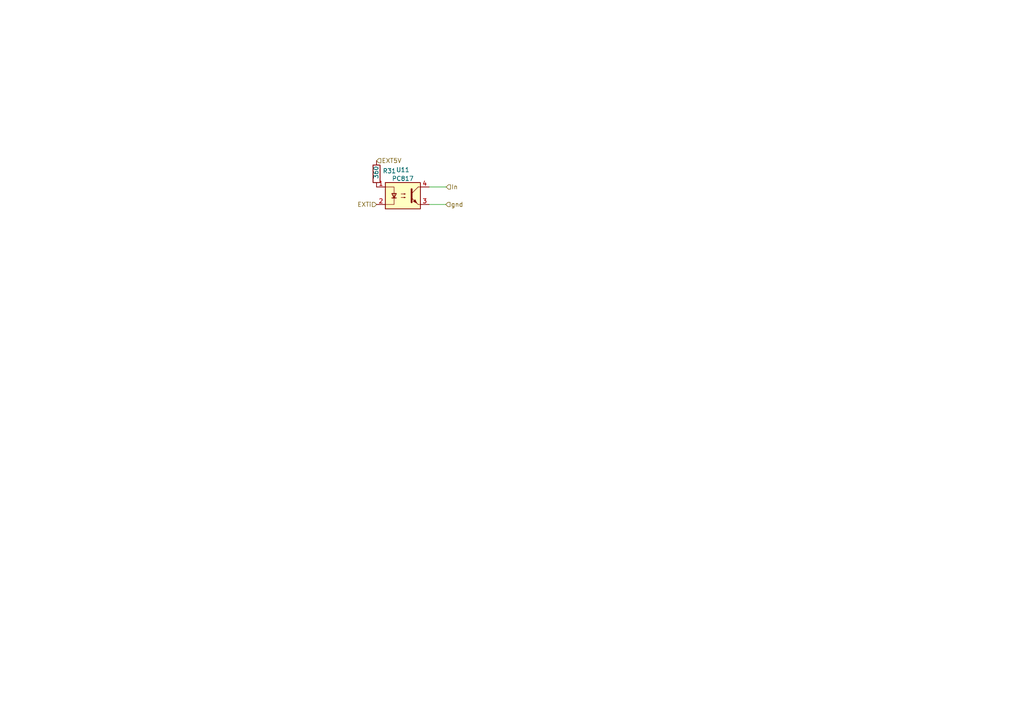
<source format=kicad_sch>
(kicad_sch (version 20230121) (generator eeschema)
  (paper "A4")
  (lib_symbols
    (symbol "Device:R" (pin_numbers hide) (pin_names (offset 0))
      (property "Reference" "R" (at 2.032 0 90))
      (property "Value" "R" (at 0 0 90))
      (symbol "R_0_1"
        (rectangle (start -1.016 -2.54) (end 1.016 2.54) (stroke (width 0.254)))
      )
      (symbol "R_1_1"
        (pin passive line (at 0 3.81 270) (length 1.27) (name "~") (number "1"))
        (pin passive line (at 0 -3.81 90) (length 1.27) (name "~") (number "2"))
      )
    )
    (symbol "Isolator:PC817" (pin_names (offset 1.016))
      (property "Reference" "U" (at -5.08 5.08 0))
      (property "Value" "PC817" (at 0 5.08 0))
      (symbol "PC817_0_1"
        (rectangle (start -5.08 3.81) (end 5.08 -3.81) (stroke (width 0.254)) (fill (type background)))
        (polyline (pts (xy -3.175 -0.635) (xy -1.905 -0.635)) (stroke (width 0.254)))
        (polyline (pts (xy 2.54 0.635) (xy 4.445 2.54)))
        (polyline (pts (xy 4.445 -2.54) (xy 2.54 -0.635)) (fill (type outline)))
        (polyline (pts (xy 4.445 -2.54) (xy 5.08 -2.54)))
        (polyline (pts (xy 4.445 2.54) (xy 5.08 2.54)))
        (polyline (pts (xy -5.08 2.54) (xy -2.54 2.54) (xy -2.54 -0.635)))
        (polyline (pts (xy -2.54 -0.635) (xy -2.54 -2.54) (xy -5.08 -2.54)))
        (polyline (pts (xy 2.54 1.905) (xy 2.54 -1.905) (xy 2.54 -1.905)) (stroke (width 0.508)))
        (polyline (pts (xy -2.54 -0.635) (xy -3.175 0.635) (xy -1.905 0.635) (xy -2.54 -0.635)) (stroke (width 0.254)))
        (polyline (pts (xy -0.508 -0.508) (xy 0.762 -0.508) (xy 0.381 -0.635) (xy 0.381 -0.381) (xy 0.762 -0.508)))
        (polyline (pts (xy -0.508 0.508) (xy 0.762 0.508) (xy 0.381 0.381) (xy 0.381 0.635) (xy 0.762 0.508)))
        (polyline (pts (xy 3.048 -1.651) (xy 3.556 -1.143) (xy 4.064 -2.159) (xy 3.048 -1.651) (xy 3.048 -1.651)) (fill (type outline)))
      )
      (symbol "PC817_1_1"
        (pin passive line (at -7.62 2.54 0) (length 2.54) (name "~") (number "1"))
        (pin passive line (at -7.62 -2.54 0) (length 2.54) (name "~") (number "2"))
        (pin passive line (at 7.62 -2.54 180) (length 2.54) (name "~") (number "3"))
        (pin passive line (at 7.62 2.54 180) (length 2.54) (name "~") (number "4"))
      )
    )
  )
  (wire (pts (xy 129.413 54.229) (xy 124.46 54.229)))
  (wire (pts (xy 124.46 59.309) (xy 129.286 59.309)))
  (hierarchical_label "EXT5V" (shape input) (at 109.22 46.609 0))
  (hierarchical_label "In" (shape input) (at 129.413 54.229 0))
  (hierarchical_label "gnd" (shape input) (at 129.286 59.309 0))
  (hierarchical_label "EXTi" (shape input) (at 109.22 59.309 180))
  (symbol (lib_id "Device:R") (at 109.22 50.419 0) (unit 1)
    (property "Reference" "R31" (at 110.998 49.5843 0) (effects (justify left)))
    (property "Value" "360" (at 109.093 51.943 90) (effects (justify left)))
    (property "Footprint" "Resistor_SMD:R_0603_1608Metric_Pad0.98x0.95mm_HandSolder" (effects hide))
    (instances (project "stm32" (path "" (reference "R31") (unit 1)) (path "" (reference "R35") (unit 1)) (path "" (reference "R37") (unit 1)) (path "" (reference "R32") (unit 1)) (path "" (reference "R33") (unit 1)) (path "" (reference "R34") (unit 1)) (path "" (reference "R36") (unit 1)) (path "" (reference "R38") (unit 1))))
  )
  (symbol (lib_id "Isolator:PC817") (at 116.84 56.769 0) (unit 1)
    (property "Reference" "U11" (at 116.84 49.2592 0))
    (property "Value" "PC817" (at 116.84 51.7961 0))
    (property "Footprint" "Package_DIP:DIP-4_W7.62mm" (effects hide))
    (property "Datasheet" "http://www.soselectronic.cz/a_info/resource/d/pc817.pdf" (effects hide))
    (instances (project "stm32" (path "" (reference "U11") (unit 1)) (path "" (reference "U15") (unit 1)) (path "" (reference "U17") (unit 1)) (path "" (reference "U12") (unit 1)) (path "" (reference "U13") (unit 1)) (path "" (reference "U14") (unit 1)) (path "" (reference "U16") (unit 1)) (path "" (reference "U18") (unit 1))))
  )
)
</source>
